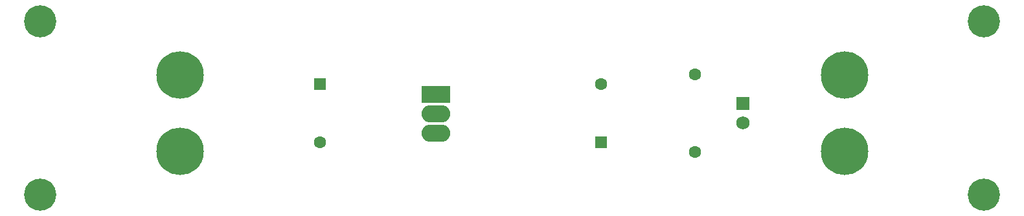
<source format=gbs>
G04*
G04 #@! TF.GenerationSoftware,Altium Limited,Altium Designer,21.6.4 (81)*
G04*
G04 Layer_Color=16711935*
%FSLAX44Y44*%
%MOMM*%
G71*
G04*
G04 #@! TF.SameCoordinates,9B3D00D5-71B9-47E7-A398-83BAF539578A*
G04*
G04*
G04 #@! TF.FilePolarity,Negative*
G04*
G01*
G75*
%ADD13R,1.6032X1.6032*%
%ADD14C,1.6032*%
%ADD15C,6.2032*%
%ADD16O,3.7592X2.2352*%
%ADD17R,3.7592X2.2352*%
%ADD18C,1.7272*%
%ADD19R,1.7272X1.7272*%
%ADD20C,4.2032*%
D13*
X1047750Y900430D02*
D03*
X680720Y976630D02*
D03*
D14*
X1047750D02*
D03*
X680720Y900430D02*
D03*
X1170940Y887729D02*
D03*
Y989329D02*
D03*
D15*
X497840Y988690D02*
D03*
Y888690D02*
D03*
X1366520Y888368D02*
D03*
Y988368D02*
D03*
D16*
X831850Y912622D02*
D03*
Y938022D02*
D03*
D17*
Y963422D02*
D03*
D18*
X1233170Y925846D02*
D03*
D19*
Y951246D02*
D03*
D20*
X1548130Y831850D02*
D03*
Y1059180D02*
D03*
X314960D02*
D03*
Y831850D02*
D03*
M02*

</source>
